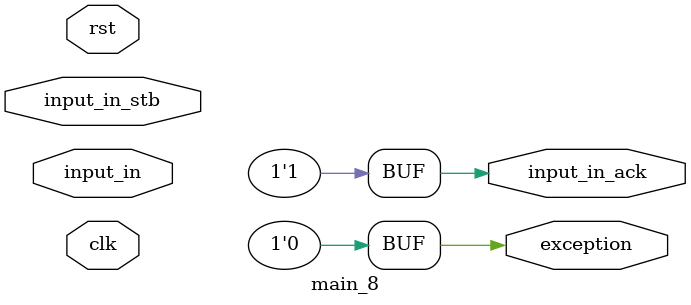
<source format=v>
module main_8 (input_in_ack,clk,rst,input_in,input_in_stb,exception);
  input clk;
  input rst;
  input [31:0] input_in;
  input input_in_stb;
  output input_in_ack;
  output exception;

  assign input_in_ack = 1;
  assign exception = 0;
endmodule
</source>
